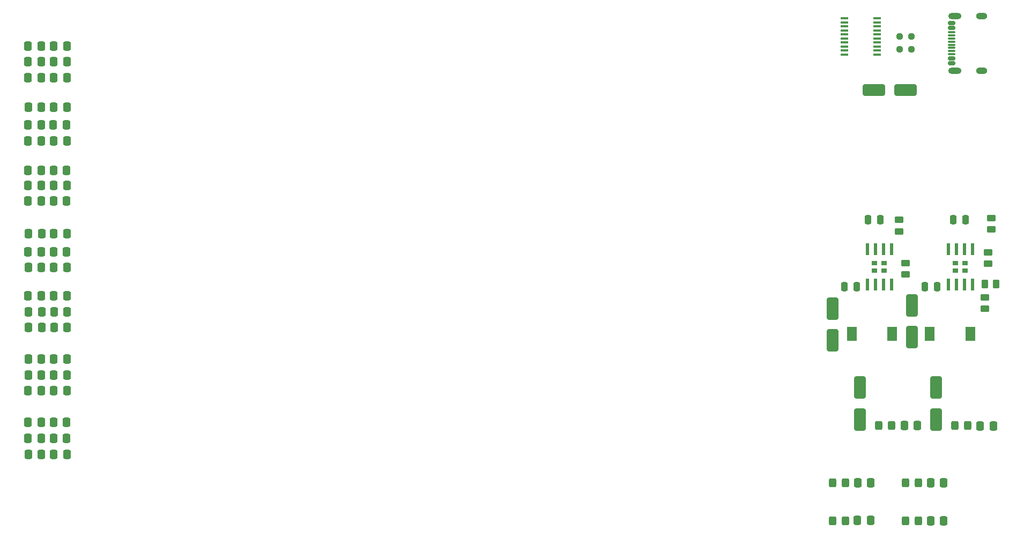
<source format=gbr>
%TF.GenerationSoftware,KiCad,Pcbnew,8.0.5*%
%TF.CreationDate,2024-09-21T15:40:11-07:00*%
%TF.ProjectId,MRIRobot_PCB,4d524952-6f62-46f7-945f-5043422e6b69,rev?*%
%TF.SameCoordinates,Original*%
%TF.FileFunction,Paste,Top*%
%TF.FilePolarity,Positive*%
%FSLAX46Y46*%
G04 Gerber Fmt 4.6, Leading zero omitted, Abs format (unit mm)*
G04 Created by KiCad (PCBNEW 8.0.5) date 2024-09-21 15:40:11*
%MOMM*%
%LPD*%
G01*
G04 APERTURE LIST*
G04 Aperture macros list*
%AMRoundRect*
0 Rectangle with rounded corners*
0 $1 Rounding radius*
0 $2 $3 $4 $5 $6 $7 $8 $9 X,Y pos of 4 corners*
0 Add a 4 corners polygon primitive as box body*
4,1,4,$2,$3,$4,$5,$6,$7,$8,$9,$2,$3,0*
0 Add four circle primitives for the rounded corners*
1,1,$1+$1,$2,$3*
1,1,$1+$1,$4,$5*
1,1,$1+$1,$6,$7*
1,1,$1+$1,$8,$9*
0 Add four rect primitives between the rounded corners*
20,1,$1+$1,$2,$3,$4,$5,0*
20,1,$1+$1,$4,$5,$6,$7,0*
20,1,$1+$1,$6,$7,$8,$9,0*
20,1,$1+$1,$8,$9,$2,$3,0*%
G04 Aperture macros list end*
%ADD10RoundRect,0.250000X-0.450000X0.262500X-0.450000X-0.262500X0.450000X-0.262500X0.450000X0.262500X0*%
%ADD11RoundRect,0.250000X-0.337500X-0.475000X0.337500X-0.475000X0.337500X0.475000X-0.337500X0.475000X0*%
%ADD12R,0.610000X1.910000*%
%ADD13R,0.930000X0.723000*%
%ADD14RoundRect,0.250000X0.450000X-0.262500X0.450000X0.262500X-0.450000X0.262500X-0.450000X-0.262500X0*%
%ADD15RoundRect,0.250000X0.325000X0.450000X-0.325000X0.450000X-0.325000X-0.450000X0.325000X-0.450000X0*%
%ADD16RoundRect,0.150000X0.425000X-0.150000X0.425000X0.150000X-0.425000X0.150000X-0.425000X-0.150000X0*%
%ADD17RoundRect,0.075000X0.500000X-0.075000X0.500000X0.075000X-0.500000X0.075000X-0.500000X-0.075000X0*%
%ADD18O,2.100000X1.000000*%
%ADD19O,1.800000X1.000000*%
%ADD20RoundRect,0.250000X0.650000X-1.500000X0.650000X1.500000X-0.650000X1.500000X-0.650000X-1.500000X0*%
%ADD21RoundRect,0.250000X-0.262500X-0.450000X0.262500X-0.450000X0.262500X0.450000X-0.262500X0.450000X0*%
%ADD22R,1.500000X2.200000*%
%ADD23RoundRect,0.250000X-0.250000X-0.475000X0.250000X-0.475000X0.250000X0.475000X-0.250000X0.475000X0*%
%ADD24RoundRect,0.250000X0.250000X0.475000X-0.250000X0.475000X-0.250000X-0.475000X0.250000X-0.475000X0*%
%ADD25R,1.200000X0.400000*%
%ADD26RoundRect,0.250000X-1.500000X-0.650000X1.500000X-0.650000X1.500000X0.650000X-1.500000X0.650000X0*%
%ADD27RoundRect,0.237500X0.250000X0.237500X-0.250000X0.237500X-0.250000X-0.237500X0.250000X-0.237500X0*%
G04 APERTURE END LIST*
D10*
%TO.C,R58*%
X224000000Y-116175000D03*
X224000000Y-118000000D03*
%TD*%
D11*
%TO.C,R4*%
X75962500Y-104000000D03*
X78037500Y-104000000D03*
%TD*%
%TO.C,R12*%
X75962500Y-111000000D03*
X78037500Y-111000000D03*
%TD*%
D12*
%TO.C,U4*%
X204460000Y-126677500D03*
X205730000Y-126677500D03*
X207000000Y-126677500D03*
X208270000Y-126677500D03*
X208270000Y-121117500D03*
X207000000Y-121117500D03*
X205730000Y-121117500D03*
X204460000Y-121117500D03*
D13*
X205590000Y-124500000D03*
X207140000Y-124500000D03*
X205590000Y-123295000D03*
X207140000Y-123295000D03*
%TD*%
D14*
%TO.C,R63*%
X223000000Y-130530000D03*
X223000000Y-128705000D03*
%TD*%
D11*
%TO.C,R44*%
X75925000Y-151000000D03*
X78000000Y-151000000D03*
%TD*%
D15*
%TO.C,D7*%
X220317621Y-149000000D03*
X218267621Y-149000000D03*
%TD*%
D16*
%TO.C,J4*%
X217745000Y-91770000D03*
X217745000Y-90970000D03*
D17*
X217745000Y-89820000D03*
X217745000Y-88820000D03*
X217745000Y-88320000D03*
X217745000Y-87320000D03*
D16*
X217745000Y-86170000D03*
X217745000Y-85370000D03*
X217745000Y-85370000D03*
X217745000Y-86170000D03*
D17*
X217745000Y-86820000D03*
X217745000Y-87820000D03*
X217745000Y-89320000D03*
X217745000Y-90320000D03*
D16*
X217745000Y-90970000D03*
X217745000Y-91770000D03*
D18*
X218320000Y-92890000D03*
D19*
X222500000Y-92890000D03*
D18*
X218320000Y-84250000D03*
D19*
X222500000Y-84250000D03*
%TD*%
D11*
%TO.C,R69*%
X222292621Y-149040000D03*
X224367621Y-149040000D03*
%TD*%
%TO.C,R3*%
X71925000Y-104000000D03*
X74000000Y-104000000D03*
%TD*%
%TO.C,R23*%
X71962500Y-124000000D03*
X74037500Y-124000000D03*
%TD*%
%TO.C,R1*%
X71925000Y-94000000D03*
X74000000Y-94000000D03*
%TD*%
%TO.C,R26*%
X76000000Y-133500000D03*
X78075000Y-133500000D03*
%TD*%
%TO.C,R43*%
X71925000Y-151000000D03*
X74000000Y-151000000D03*
%TD*%
%TO.C,R2*%
X75962500Y-94000000D03*
X78037500Y-94000000D03*
%TD*%
%TO.C,R24*%
X75962500Y-124000000D03*
X78037500Y-124000000D03*
%TD*%
D12*
%TO.C,U5*%
X217230000Y-126677500D03*
X218500000Y-126677500D03*
X219770000Y-126677500D03*
X221040000Y-126677500D03*
X221040000Y-121117500D03*
X219770000Y-121117500D03*
X218500000Y-121117500D03*
X217230000Y-121117500D03*
D13*
X218360000Y-124500000D03*
X219910000Y-124500000D03*
X218360000Y-123295000D03*
X219910000Y-123295000D03*
%TD*%
D11*
%TO.C,R10*%
X75887500Y-101500000D03*
X77962500Y-101500000D03*
%TD*%
%TO.C,R68*%
X210292621Y-149000000D03*
X212367621Y-149000000D03*
%TD*%
D20*
%TO.C,D4*%
X203317621Y-148000000D03*
X203317621Y-143000000D03*
%TD*%
D11*
%TO.C,R25*%
X72000000Y-133500000D03*
X74075000Y-133500000D03*
%TD*%
D10*
%TO.C,R56*%
X209500000Y-116500000D03*
X209500000Y-118325000D03*
%TD*%
D21*
%TO.C,R62*%
X223000000Y-126617500D03*
X224825000Y-126617500D03*
%TD*%
D20*
%TO.C,D5*%
X215317621Y-148000000D03*
X215317621Y-143000000D03*
%TD*%
D10*
%TO.C,R57*%
X210500000Y-123292500D03*
X210500000Y-125117500D03*
%TD*%
D15*
%TO.C,D9*%
X212525000Y-158000000D03*
X210475000Y-158000000D03*
%TD*%
D11*
%TO.C,R9*%
X71925000Y-101500000D03*
X74000000Y-101500000D03*
%TD*%
%TO.C,R39*%
X71962500Y-138500000D03*
X74037500Y-138500000D03*
%TD*%
%TO.C,R74*%
X202937500Y-158000000D03*
X205012500Y-158000000D03*
%TD*%
%TO.C,R41*%
X71962500Y-153500000D03*
X74037500Y-153500000D03*
%TD*%
%TO.C,R18*%
X75962500Y-98700000D03*
X78037500Y-98700000D03*
%TD*%
D15*
%TO.C,D11*%
X201000000Y-164000000D03*
X198950000Y-164000000D03*
%TD*%
D11*
%TO.C,R70*%
X214437500Y-164000000D03*
X216512500Y-164000000D03*
%TD*%
%TO.C,R46*%
X75925000Y-148500000D03*
X78000000Y-148500000D03*
%TD*%
D22*
%TO.C,L1*%
X202000000Y-134500000D03*
X208400000Y-134500000D03*
%TD*%
D23*
%TO.C,C5*%
X218050000Y-116500000D03*
X219950000Y-116500000D03*
%TD*%
D11*
%TO.C,R11*%
X71925000Y-111000000D03*
X74000000Y-111000000D03*
%TD*%
%TO.C,R8*%
X75962500Y-91500000D03*
X78037500Y-91500000D03*
%TD*%
D24*
%TO.C,C9*%
X215450000Y-127000000D03*
X213550000Y-127000000D03*
%TD*%
D20*
%TO.C,D2*%
X199000000Y-135500000D03*
X199000000Y-130500000D03*
%TD*%
D11*
%TO.C,R17*%
X71962500Y-98700000D03*
X74037500Y-98700000D03*
%TD*%
%TO.C,R6*%
X75925000Y-113500000D03*
X78000000Y-113500000D03*
%TD*%
%TO.C,R15*%
X71925000Y-89000000D03*
X74000000Y-89000000D03*
%TD*%
D25*
%TO.C,U2*%
X200800000Y-84642500D03*
X200800000Y-85277500D03*
X200800000Y-85912500D03*
X200800000Y-86547500D03*
X200800000Y-87182500D03*
X200800000Y-87817500D03*
X200800000Y-88452500D03*
X200800000Y-89087500D03*
X200800000Y-89722500D03*
X200800000Y-90357500D03*
X206000000Y-90357500D03*
X206000000Y-89722500D03*
X206000000Y-89087500D03*
X206000000Y-88452500D03*
X206000000Y-87817500D03*
X206000000Y-87182500D03*
X206000000Y-86547500D03*
X206000000Y-85912500D03*
X206000000Y-85277500D03*
X206000000Y-84642500D03*
%TD*%
D26*
%TO.C,D1*%
X205500000Y-96000000D03*
X210500000Y-96000000D03*
%TD*%
D11*
%TO.C,R40*%
X75962500Y-138500000D03*
X78037500Y-138500000D03*
%TD*%
%TO.C,R29*%
X71925000Y-121500000D03*
X74000000Y-121500000D03*
%TD*%
%TO.C,R75*%
X202900000Y-163960000D03*
X204975000Y-163960000D03*
%TD*%
%TO.C,R34*%
X75962500Y-141000000D03*
X78037500Y-141000000D03*
%TD*%
D27*
%TO.C,R21*%
X211412500Y-87500000D03*
X209587500Y-87500000D03*
%TD*%
D20*
%TO.C,D3*%
X211500000Y-135000000D03*
X211500000Y-130000000D03*
%TD*%
D11*
%TO.C,R38*%
X75962500Y-128500000D03*
X78037500Y-128500000D03*
%TD*%
%TO.C,R5*%
X71925000Y-113500000D03*
X74000000Y-113500000D03*
%TD*%
%TO.C,R20*%
X75925000Y-108700000D03*
X78000000Y-108700000D03*
%TD*%
%TO.C,R45*%
X71925000Y-148500000D03*
X74000000Y-148500000D03*
%TD*%
D24*
%TO.C,C8*%
X202750000Y-127000000D03*
X200850000Y-127000000D03*
%TD*%
D15*
%TO.C,D6*%
X208317621Y-149000000D03*
X206267621Y-149000000D03*
%TD*%
D11*
%TO.C,R31*%
X72000000Y-131000000D03*
X74075000Y-131000000D03*
%TD*%
D15*
%TO.C,D10*%
X201000000Y-158000000D03*
X198950000Y-158000000D03*
%TD*%
D22*
%TO.C,L2*%
X214300000Y-134500000D03*
X220700000Y-134500000D03*
%TD*%
D11*
%TO.C,R28*%
X75962500Y-143500000D03*
X78037500Y-143500000D03*
%TD*%
%TO.C,R19*%
X71925000Y-108700000D03*
X74000000Y-108700000D03*
%TD*%
D15*
%TO.C,D8*%
X212500000Y-164000000D03*
X210450000Y-164000000D03*
%TD*%
D11*
%TO.C,R35*%
X72000000Y-118700000D03*
X74075000Y-118700000D03*
%TD*%
%TO.C,R7*%
X71925000Y-91500000D03*
X74000000Y-91500000D03*
%TD*%
%TO.C,R16*%
X75962500Y-89000000D03*
X78037500Y-89000000D03*
%TD*%
%TO.C,R33*%
X71962500Y-141000000D03*
X74037500Y-141000000D03*
%TD*%
%TO.C,R42*%
X75962500Y-153500000D03*
X78037500Y-153500000D03*
%TD*%
%TO.C,R27*%
X71925000Y-143500000D03*
X74000000Y-143500000D03*
%TD*%
%TO.C,R37*%
X71925000Y-128500000D03*
X74000000Y-128500000D03*
%TD*%
%TO.C,R30*%
X75925000Y-121500000D03*
X78000000Y-121500000D03*
%TD*%
D27*
%TO.C,R22*%
X211412500Y-89500000D03*
X209587500Y-89500000D03*
%TD*%
D23*
%TO.C,C4*%
X204600000Y-116500000D03*
X206500000Y-116500000D03*
%TD*%
D10*
%TO.C,R59*%
X223500000Y-121617500D03*
X223500000Y-123442500D03*
%TD*%
D11*
%TO.C,R36*%
X75962500Y-118700000D03*
X78037500Y-118700000D03*
%TD*%
%TO.C,R32*%
X76000000Y-131000000D03*
X78075000Y-131000000D03*
%TD*%
%TO.C,R71*%
X214462500Y-158000000D03*
X216537500Y-158000000D03*
%TD*%
M02*

</source>
